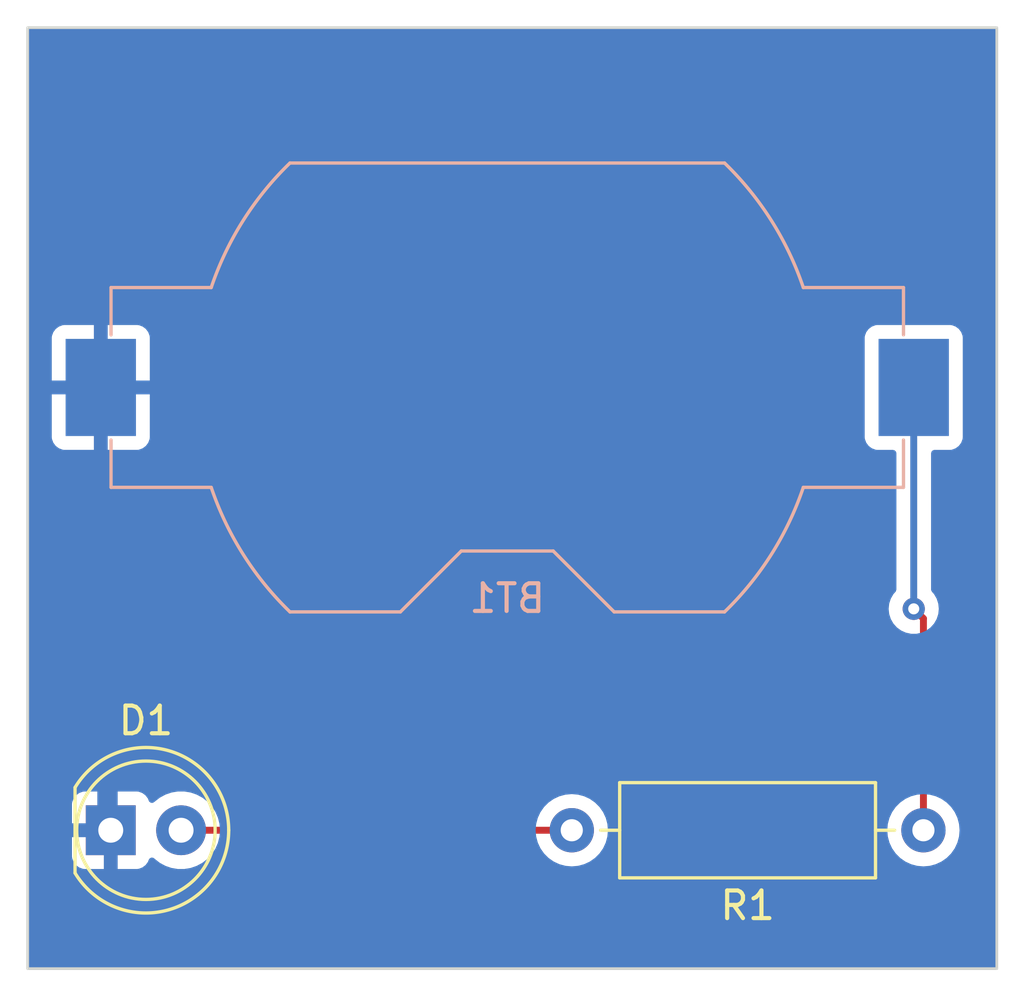
<source format=kicad_pcb>
(kicad_pcb (version 20221018) (generator pcbnew)
  (title_block (title "Getting Started in KiCad 7.0") (date "2023-05-28"))
  (layers (0 "F.Cu" signal) (31 "B.Cu" signal) (34 "B.Paste" user) (35 "F.Paste" user) (36 "B.SilkS" user "B.Silkscreen") (37 "F.SilkS" user "F.Silkscreen") (38 "B.Mask" user) (39 "F.Mask" user) (44 "Edge.Cuts" user))
  (net 0 "")
  (net 1 "VCC")
  (net 2 "GND")
  (net 3 "Net-(D1-A)")
  (net 4 "Net-(BT1-+)")
  (footprint "LED_THT:LED_D5.0mm" (layer "F.Cu") (at 139 102)
    (fp_text reference "D1" (at 1.27 -3.96) (layer "F.SilkS"))
    (fp_text value "red")
    (fp_line (start -1.29 -1.545) (end -1.29 1.545) (stroke (width 0.12)) (layer "F.SilkS"))
    (fp_arc (start -1.29 -1.54483) (mid 2.072002 -2.880433) (end 4.26 0.000462) (stroke (width 0.12)) (layer "F.SilkS"))
    (fp_arc (start 4.26 -0.000462) (mid 2.072002 2.880433) (end -1.29 1.54483) (stroke (width 0.12)) (layer "F.SilkS"))
    (fp_circle (center 1.27 0) (end 3.77 0) (stroke (width 0.12)) (fill none) (layer "F.SilkS"))
    (pad "1" thru_hole rect (at 0 0) (size 1.8 1.8) (drill 0.9) (layers "*.Cu" "*.Mask") (net 2 "GND"))
    (pad "2" thru_hole circle (at 2.54 0) (size 1.8 1.8) (drill 0.9) (layers "*.Cu" "*.Mask") (net 3 "Net-(D1-A)"))
  )
  (footprint "Resistor_THT:R_Axial_DIN0309_L9.0mm_D3.2mm_P12.70mm_Horizontal" (layer "F.Cu") (at 168.35 102 180)
    (fp_text reference "R1" (at 6.35 -2.72) (layer "F.SilkS"))
    (fp_text value "1k")
    (fp_line (start 1.04 0) (end 1.73 0) (stroke (width 0.12)) (layer "F.SilkS"))
    (fp_line (start 1.73 -1.72) (end 1.73 1.72) (stroke (width 0.12)) (layer "F.SilkS"))
    (fp_line (start 1.73 1.72) (end 10.97 1.72) (stroke (width 0.12)) (layer "F.SilkS"))
    (fp_line (start 10.97 -1.72) (end 1.73 -1.72) (stroke (width 0.12)) (layer "F.SilkS"))
    (fp_line (start 10.97 1.72) (end 10.97 -1.72) (stroke (width 0.12)) (layer "F.SilkS"))
    (fp_line (start 11.66 0) (end 10.97 0) (stroke (width 0.12)) (layer "F.SilkS"))
    (pad "1" thru_hole circle (at 0 0 180) (size 1.6 1.6) (drill 0.8) (layers "*.Cu" "*.Mask") (net 1 "VCC"))
    (pad "2" thru_hole oval (at 12.7 0 180) (size 1.6 1.6) (drill 0.8) (layers "*.Cu" "*.Mask") (net 3 "Net-(D1-A)"))
  )
  (footprint "Battery:BatteryHolder_Keystone_1058_1x2032" (layer "B.Cu") (at 153.32 86 180)
    (fp_text reference "BT1" (at 0 -7.62) (layer "B.SilkS") (effects (justify mirror)))
    (fp_text value "3V")
    (fp_line (start -14.31 -1.9) (end -14.31 -3.61) (stroke (width 0.12)) (layer "B.SilkS"))
    (fp_line (start -14.31 1.9) (end -14.31 3.61) (stroke (width 0.12)) (layer "B.SilkS"))
    (fp_line (start -14.31 3.61) (end -10.692 3.61) (stroke (width 0.12)) (layer "B.SilkS"))
    (fp_line (start -10.692 -3.61) (end -14.31 -3.61) (stroke (width 0.12)) (layer "B.SilkS"))
    (fp_line (start -7.8473 8.11) (end 7.8473 8.11) (stroke (width 0.12)) (layer "B.SilkS"))
    (fp_line (start -3.86 -8.11) (end -7.8473 -8.11) (stroke (width 0.12)) (layer "B.SilkS"))
    (fp_line (start -1.66 -5.91) (end -3.86 -8.11) (stroke (width 0.12)) (layer "B.SilkS"))
    (fp_line (start 1.66 -5.91) (end -1.66 -5.91) (stroke (width 0.12)) (layer "B.SilkS"))
    (fp_line (start 1.66 -5.91) (end 3.86 -8.11) (stroke (width 0.12)) (layer "B.SilkS"))
    (fp_line (start 7.8473 -8.11) (end 3.86 -8.11) (stroke (width 0.12)) (layer "B.SilkS"))
    (fp_line (start 10.692 3.61) (end 14.31 3.61) (stroke (width 0.12)) (layer "B.SilkS"))
    (fp_line (start 14.31 -3.61) (end 10.692 -3.61) (stroke (width 0.12)) (layer "B.SilkS"))
    (fp_line (start 14.31 -1.9) (end 14.31 -3.61) (stroke (width 0.12)) (layer "B.SilkS"))
    (fp_line (start 14.31 1.9) (end 14.31 3.61) (stroke (width 0.12)) (layer "B.SilkS"))
    (fp_arc (start -10.692 -3.61) (mid -9.538085 -6.031245) (end -7.845371 -8.111789) (stroke (width 0.12)) (layer "B.SilkS"))
    (fp_arc (start -7.845371 8.111789) (mid -9.538084 6.031244) (end -10.692 3.61) (stroke (width 0.12)) (layer "B.SilkS"))
    (fp_arc (start 7.845371 -8.111789) (mid 9.538084 -6.031244) (end 10.692 -3.61) (stroke (width 0.12)) (layer "B.SilkS"))
    (fp_arc (start 10.692 3.61) (mid 9.538084 6.031244) (end 7.845371 8.111789) (stroke (width 0.12)) (layer "B.SilkS"))
    (pad "1" smd rect (at -14.68 0 180) (size 2.54 3.51) (layers "B.Cu" "B.Paste" "B.Mask") (net 4 "Net-(BT1-+)"))
    (pad "2" smd rect (at 14.68 0 180) (size 2.54 3.51) (layers "B.Cu" "B.Paste" "B.Mask") (net 2 "GND"))
  )
  (gr_rect (start 136 73) (end 171 107) (stroke (width 0.1)) (fill none) (layer "Edge.Cuts"))
  (segment (start 168.35 94.35) (end 168.35 102) (width 0.25) (layer "F.Cu") (net 1))
  (segment (start 168 94) (end 168.35 94.35) (width 0.25) (layer "F.Cu") (net 1))
  (via (at 168 94) (size 0.8) (drill 0.4) (layers "F.Cu" "B.Cu") (net 1))
  (segment (start 168 86) (end 168 94) (width 0.25) (layer "B.Cu") (net 1))
  (segment (start 138.64 86) (end 138.64 101.64) (width 0.25) (layer "B.Cu") (net 2))
  (segment (start 138.64 101.64) (end 139 102) (width 0.25) (layer "B.Cu") (net 2))
  (segment (start 141.54 102) (end 155.65 102) (width 0.25) (layer "F.Cu") (net 3))
  (zone (net 2) (net_name "GND") (layer "B.Cu") (connect_pads (clearance 0.5)) (min_thickness 0.25) (fill yes (thermal_gap 0.5) (thermal_bridge_width 0.5))
    (polygon (pts (xy 172 108) (xy 172 72) (xy 135 72) (xy 135 108)))
  )
)
</source>
